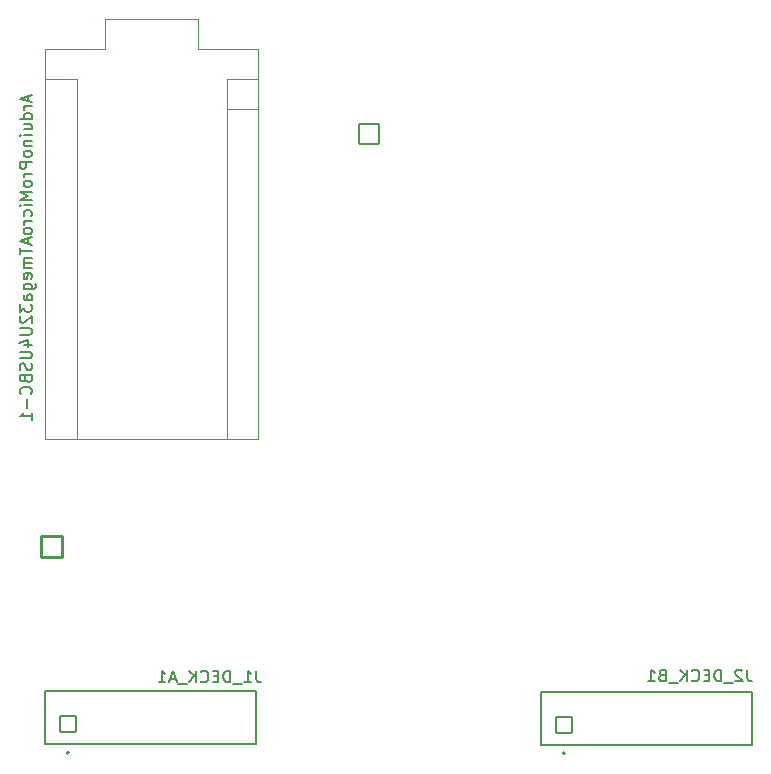
<source format=gbr>
%TF.GenerationSoftware,KiCad,Pcbnew,9.0.7*%
%TF.CreationDate,2026-01-21T12:24:24-06:00*%
%TF.ProjectId,FADETUBE_MIDI,46414445-5455-4424-955f-4d4944492e6b,rev?*%
%TF.SameCoordinates,Original*%
%TF.FileFunction,Legend,Bot*%
%TF.FilePolarity,Positive*%
%FSLAX46Y46*%
G04 Gerber Fmt 4.6, Leading zero omitted, Abs format (unit mm)*
G04 Created by KiCad (PCBNEW 9.0.7) date 2026-01-21 12:24:24*
%MOMM*%
%LPD*%
G01*
G04 APERTURE LIST*
G04 Aperture macros list*
%AMRoundRect*
0 Rectangle with rounded corners*
0 $1 Rounding radius*
0 $2 $3 $4 $5 $6 $7 $8 $9 X,Y pos of 4 corners*
0 Add a 4 corners polygon primitive as box body*
4,1,4,$2,$3,$4,$5,$6,$7,$8,$9,$2,$3,0*
0 Add four circle primitives for the rounded corners*
1,1,$1+$1,$2,$3*
1,1,$1+$1,$4,$5*
1,1,$1+$1,$6,$7*
1,1,$1+$1,$8,$9*
0 Add four rect primitives between the rounded corners*
20,1,$1+$1,$2,$3,$4,$5,0*
20,1,$1+$1,$4,$5,$6,$7,0*
20,1,$1+$1,$6,$7,$8,$9,0*
20,1,$1+$1,$8,$9,$2,$3,0*%
G04 Aperture macros list end*
%ADD10C,0.150000*%
%ADD11C,0.127000*%
%ADD12C,0.200000*%
%ADD13C,0.120000*%
%ADD14RoundRect,0.102000X0.654000X0.654000X-0.654000X0.654000X-0.654000X-0.654000X0.654000X-0.654000X0*%
%ADD15C,1.512000*%
%ADD16R,1.600000X1.600000*%
%ADD17O,1.600000X1.600000*%
%ADD18C,5.600000*%
%ADD19RoundRect,0.102000X-0.900000X-0.900000X0.900000X-0.900000X0.900000X0.900000X-0.900000X0.900000X0*%
%ADD20C,2.004000*%
%ADD21C,2.754000*%
%ADD22RoundRect,0.102000X-0.825000X-0.825000X0.825000X-0.825000X0.825000X0.825000X-0.825000X0.825000X0*%
%ADD23C,1.854000*%
%ADD24O,3.204000X6.204000*%
G04 APERTURE END LIST*
D10*
X179523809Y-138369819D02*
X179523809Y-139084104D01*
X179523809Y-139084104D02*
X179571428Y-139226961D01*
X179571428Y-139226961D02*
X179666666Y-139322200D01*
X179666666Y-139322200D02*
X179809523Y-139369819D01*
X179809523Y-139369819D02*
X179904761Y-139369819D01*
X179095237Y-138465057D02*
X179047618Y-138417438D01*
X179047618Y-138417438D02*
X178952380Y-138369819D01*
X178952380Y-138369819D02*
X178714285Y-138369819D01*
X178714285Y-138369819D02*
X178619047Y-138417438D01*
X178619047Y-138417438D02*
X178571428Y-138465057D01*
X178571428Y-138465057D02*
X178523809Y-138560295D01*
X178523809Y-138560295D02*
X178523809Y-138655533D01*
X178523809Y-138655533D02*
X178571428Y-138798390D01*
X178571428Y-138798390D02*
X179142856Y-139369819D01*
X179142856Y-139369819D02*
X178523809Y-139369819D01*
X178333333Y-139465057D02*
X177571428Y-139465057D01*
X177333332Y-139369819D02*
X177333332Y-138369819D01*
X177333332Y-138369819D02*
X177095237Y-138369819D01*
X177095237Y-138369819D02*
X176952380Y-138417438D01*
X176952380Y-138417438D02*
X176857142Y-138512676D01*
X176857142Y-138512676D02*
X176809523Y-138607914D01*
X176809523Y-138607914D02*
X176761904Y-138798390D01*
X176761904Y-138798390D02*
X176761904Y-138941247D01*
X176761904Y-138941247D02*
X176809523Y-139131723D01*
X176809523Y-139131723D02*
X176857142Y-139226961D01*
X176857142Y-139226961D02*
X176952380Y-139322200D01*
X176952380Y-139322200D02*
X177095237Y-139369819D01*
X177095237Y-139369819D02*
X177333332Y-139369819D01*
X176333332Y-138846009D02*
X175999999Y-138846009D01*
X175857142Y-139369819D02*
X176333332Y-139369819D01*
X176333332Y-139369819D02*
X176333332Y-138369819D01*
X176333332Y-138369819D02*
X175857142Y-138369819D01*
X174857142Y-139274580D02*
X174904761Y-139322200D01*
X174904761Y-139322200D02*
X175047618Y-139369819D01*
X175047618Y-139369819D02*
X175142856Y-139369819D01*
X175142856Y-139369819D02*
X175285713Y-139322200D01*
X175285713Y-139322200D02*
X175380951Y-139226961D01*
X175380951Y-139226961D02*
X175428570Y-139131723D01*
X175428570Y-139131723D02*
X175476189Y-138941247D01*
X175476189Y-138941247D02*
X175476189Y-138798390D01*
X175476189Y-138798390D02*
X175428570Y-138607914D01*
X175428570Y-138607914D02*
X175380951Y-138512676D01*
X175380951Y-138512676D02*
X175285713Y-138417438D01*
X175285713Y-138417438D02*
X175142856Y-138369819D01*
X175142856Y-138369819D02*
X175047618Y-138369819D01*
X175047618Y-138369819D02*
X174904761Y-138417438D01*
X174904761Y-138417438D02*
X174857142Y-138465057D01*
X174428570Y-139369819D02*
X174428570Y-138369819D01*
X173857142Y-139369819D02*
X174285713Y-138798390D01*
X173857142Y-138369819D02*
X174428570Y-138941247D01*
X173666666Y-139465057D02*
X172904761Y-139465057D01*
X172333332Y-138846009D02*
X172190475Y-138893628D01*
X172190475Y-138893628D02*
X172142856Y-138941247D01*
X172142856Y-138941247D02*
X172095237Y-139036485D01*
X172095237Y-139036485D02*
X172095237Y-139179342D01*
X172095237Y-139179342D02*
X172142856Y-139274580D01*
X172142856Y-139274580D02*
X172190475Y-139322200D01*
X172190475Y-139322200D02*
X172285713Y-139369819D01*
X172285713Y-139369819D02*
X172666665Y-139369819D01*
X172666665Y-139369819D02*
X172666665Y-138369819D01*
X172666665Y-138369819D02*
X172333332Y-138369819D01*
X172333332Y-138369819D02*
X172238094Y-138417438D01*
X172238094Y-138417438D02*
X172190475Y-138465057D01*
X172190475Y-138465057D02*
X172142856Y-138560295D01*
X172142856Y-138560295D02*
X172142856Y-138655533D01*
X172142856Y-138655533D02*
X172190475Y-138750771D01*
X172190475Y-138750771D02*
X172238094Y-138798390D01*
X172238094Y-138798390D02*
X172333332Y-138846009D01*
X172333332Y-138846009D02*
X172666665Y-138846009D01*
X171142856Y-139369819D02*
X171714284Y-139369819D01*
X171428570Y-139369819D02*
X171428570Y-138369819D01*
X171428570Y-138369819D02*
X171523808Y-138512676D01*
X171523808Y-138512676D02*
X171619046Y-138607914D01*
X171619046Y-138607914D02*
X171714284Y-138655533D01*
X118669104Y-89785714D02*
X118669104Y-90261904D01*
X118954819Y-89690476D02*
X117954819Y-90023809D01*
X117954819Y-90023809D02*
X118954819Y-90357142D01*
X118954819Y-90690476D02*
X118288152Y-90690476D01*
X118478628Y-90690476D02*
X118383390Y-90738095D01*
X118383390Y-90738095D02*
X118335771Y-90785714D01*
X118335771Y-90785714D02*
X118288152Y-90880952D01*
X118288152Y-90880952D02*
X118288152Y-90976190D01*
X118954819Y-91738095D02*
X117954819Y-91738095D01*
X118907200Y-91738095D02*
X118954819Y-91642857D01*
X118954819Y-91642857D02*
X118954819Y-91452381D01*
X118954819Y-91452381D02*
X118907200Y-91357143D01*
X118907200Y-91357143D02*
X118859580Y-91309524D01*
X118859580Y-91309524D02*
X118764342Y-91261905D01*
X118764342Y-91261905D02*
X118478628Y-91261905D01*
X118478628Y-91261905D02*
X118383390Y-91309524D01*
X118383390Y-91309524D02*
X118335771Y-91357143D01*
X118335771Y-91357143D02*
X118288152Y-91452381D01*
X118288152Y-91452381D02*
X118288152Y-91642857D01*
X118288152Y-91642857D02*
X118335771Y-91738095D01*
X118288152Y-92642857D02*
X118954819Y-92642857D01*
X118288152Y-92214286D02*
X118811961Y-92214286D01*
X118811961Y-92214286D02*
X118907200Y-92261905D01*
X118907200Y-92261905D02*
X118954819Y-92357143D01*
X118954819Y-92357143D02*
X118954819Y-92500000D01*
X118954819Y-92500000D02*
X118907200Y-92595238D01*
X118907200Y-92595238D02*
X118859580Y-92642857D01*
X118954819Y-93119048D02*
X118288152Y-93119048D01*
X117954819Y-93119048D02*
X118002438Y-93071429D01*
X118002438Y-93071429D02*
X118050057Y-93119048D01*
X118050057Y-93119048D02*
X118002438Y-93166667D01*
X118002438Y-93166667D02*
X117954819Y-93119048D01*
X117954819Y-93119048D02*
X118050057Y-93119048D01*
X118288152Y-93595238D02*
X118954819Y-93595238D01*
X118383390Y-93595238D02*
X118335771Y-93642857D01*
X118335771Y-93642857D02*
X118288152Y-93738095D01*
X118288152Y-93738095D02*
X118288152Y-93880952D01*
X118288152Y-93880952D02*
X118335771Y-93976190D01*
X118335771Y-93976190D02*
X118431009Y-94023809D01*
X118431009Y-94023809D02*
X118954819Y-94023809D01*
X118954819Y-94642857D02*
X118907200Y-94547619D01*
X118907200Y-94547619D02*
X118859580Y-94500000D01*
X118859580Y-94500000D02*
X118764342Y-94452381D01*
X118764342Y-94452381D02*
X118478628Y-94452381D01*
X118478628Y-94452381D02*
X118383390Y-94500000D01*
X118383390Y-94500000D02*
X118335771Y-94547619D01*
X118335771Y-94547619D02*
X118288152Y-94642857D01*
X118288152Y-94642857D02*
X118288152Y-94785714D01*
X118288152Y-94785714D02*
X118335771Y-94880952D01*
X118335771Y-94880952D02*
X118383390Y-94928571D01*
X118383390Y-94928571D02*
X118478628Y-94976190D01*
X118478628Y-94976190D02*
X118764342Y-94976190D01*
X118764342Y-94976190D02*
X118859580Y-94928571D01*
X118859580Y-94928571D02*
X118907200Y-94880952D01*
X118907200Y-94880952D02*
X118954819Y-94785714D01*
X118954819Y-94785714D02*
X118954819Y-94642857D01*
X118954819Y-95404762D02*
X117954819Y-95404762D01*
X117954819Y-95404762D02*
X117954819Y-95785714D01*
X117954819Y-95785714D02*
X118002438Y-95880952D01*
X118002438Y-95880952D02*
X118050057Y-95928571D01*
X118050057Y-95928571D02*
X118145295Y-95976190D01*
X118145295Y-95976190D02*
X118288152Y-95976190D01*
X118288152Y-95976190D02*
X118383390Y-95928571D01*
X118383390Y-95928571D02*
X118431009Y-95880952D01*
X118431009Y-95880952D02*
X118478628Y-95785714D01*
X118478628Y-95785714D02*
X118478628Y-95404762D01*
X118954819Y-96404762D02*
X118288152Y-96404762D01*
X118478628Y-96404762D02*
X118383390Y-96452381D01*
X118383390Y-96452381D02*
X118335771Y-96500000D01*
X118335771Y-96500000D02*
X118288152Y-96595238D01*
X118288152Y-96595238D02*
X118288152Y-96690476D01*
X118954819Y-97166667D02*
X118907200Y-97071429D01*
X118907200Y-97071429D02*
X118859580Y-97023810D01*
X118859580Y-97023810D02*
X118764342Y-96976191D01*
X118764342Y-96976191D02*
X118478628Y-96976191D01*
X118478628Y-96976191D02*
X118383390Y-97023810D01*
X118383390Y-97023810D02*
X118335771Y-97071429D01*
X118335771Y-97071429D02*
X118288152Y-97166667D01*
X118288152Y-97166667D02*
X118288152Y-97309524D01*
X118288152Y-97309524D02*
X118335771Y-97404762D01*
X118335771Y-97404762D02*
X118383390Y-97452381D01*
X118383390Y-97452381D02*
X118478628Y-97500000D01*
X118478628Y-97500000D02*
X118764342Y-97500000D01*
X118764342Y-97500000D02*
X118859580Y-97452381D01*
X118859580Y-97452381D02*
X118907200Y-97404762D01*
X118907200Y-97404762D02*
X118954819Y-97309524D01*
X118954819Y-97309524D02*
X118954819Y-97166667D01*
X118954819Y-97928572D02*
X117954819Y-97928572D01*
X117954819Y-97928572D02*
X118669104Y-98261905D01*
X118669104Y-98261905D02*
X117954819Y-98595238D01*
X117954819Y-98595238D02*
X118954819Y-98595238D01*
X118954819Y-99071429D02*
X118288152Y-99071429D01*
X117954819Y-99071429D02*
X118002438Y-99023810D01*
X118002438Y-99023810D02*
X118050057Y-99071429D01*
X118050057Y-99071429D02*
X118002438Y-99119048D01*
X118002438Y-99119048D02*
X117954819Y-99071429D01*
X117954819Y-99071429D02*
X118050057Y-99071429D01*
X118907200Y-99976190D02*
X118954819Y-99880952D01*
X118954819Y-99880952D02*
X118954819Y-99690476D01*
X118954819Y-99690476D02*
X118907200Y-99595238D01*
X118907200Y-99595238D02*
X118859580Y-99547619D01*
X118859580Y-99547619D02*
X118764342Y-99500000D01*
X118764342Y-99500000D02*
X118478628Y-99500000D01*
X118478628Y-99500000D02*
X118383390Y-99547619D01*
X118383390Y-99547619D02*
X118335771Y-99595238D01*
X118335771Y-99595238D02*
X118288152Y-99690476D01*
X118288152Y-99690476D02*
X118288152Y-99880952D01*
X118288152Y-99880952D02*
X118335771Y-99976190D01*
X118954819Y-100404762D02*
X118288152Y-100404762D01*
X118478628Y-100404762D02*
X118383390Y-100452381D01*
X118383390Y-100452381D02*
X118335771Y-100500000D01*
X118335771Y-100500000D02*
X118288152Y-100595238D01*
X118288152Y-100595238D02*
X118288152Y-100690476D01*
X118954819Y-101166667D02*
X118907200Y-101071429D01*
X118907200Y-101071429D02*
X118859580Y-101023810D01*
X118859580Y-101023810D02*
X118764342Y-100976191D01*
X118764342Y-100976191D02*
X118478628Y-100976191D01*
X118478628Y-100976191D02*
X118383390Y-101023810D01*
X118383390Y-101023810D02*
X118335771Y-101071429D01*
X118335771Y-101071429D02*
X118288152Y-101166667D01*
X118288152Y-101166667D02*
X118288152Y-101309524D01*
X118288152Y-101309524D02*
X118335771Y-101404762D01*
X118335771Y-101404762D02*
X118383390Y-101452381D01*
X118383390Y-101452381D02*
X118478628Y-101500000D01*
X118478628Y-101500000D02*
X118764342Y-101500000D01*
X118764342Y-101500000D02*
X118859580Y-101452381D01*
X118859580Y-101452381D02*
X118907200Y-101404762D01*
X118907200Y-101404762D02*
X118954819Y-101309524D01*
X118954819Y-101309524D02*
X118954819Y-101166667D01*
X118669104Y-101880953D02*
X118669104Y-102357143D01*
X118954819Y-101785715D02*
X117954819Y-102119048D01*
X117954819Y-102119048D02*
X118954819Y-102452381D01*
X117954819Y-102642858D02*
X117954819Y-103214286D01*
X118954819Y-102928572D02*
X117954819Y-102928572D01*
X118954819Y-103547620D02*
X118288152Y-103547620D01*
X118383390Y-103547620D02*
X118335771Y-103595239D01*
X118335771Y-103595239D02*
X118288152Y-103690477D01*
X118288152Y-103690477D02*
X118288152Y-103833334D01*
X118288152Y-103833334D02*
X118335771Y-103928572D01*
X118335771Y-103928572D02*
X118431009Y-103976191D01*
X118431009Y-103976191D02*
X118954819Y-103976191D01*
X118431009Y-103976191D02*
X118335771Y-104023810D01*
X118335771Y-104023810D02*
X118288152Y-104119048D01*
X118288152Y-104119048D02*
X118288152Y-104261905D01*
X118288152Y-104261905D02*
X118335771Y-104357144D01*
X118335771Y-104357144D02*
X118431009Y-104404763D01*
X118431009Y-104404763D02*
X118954819Y-104404763D01*
X118907200Y-105261905D02*
X118954819Y-105166667D01*
X118954819Y-105166667D02*
X118954819Y-104976191D01*
X118954819Y-104976191D02*
X118907200Y-104880953D01*
X118907200Y-104880953D02*
X118811961Y-104833334D01*
X118811961Y-104833334D02*
X118431009Y-104833334D01*
X118431009Y-104833334D02*
X118335771Y-104880953D01*
X118335771Y-104880953D02*
X118288152Y-104976191D01*
X118288152Y-104976191D02*
X118288152Y-105166667D01*
X118288152Y-105166667D02*
X118335771Y-105261905D01*
X118335771Y-105261905D02*
X118431009Y-105309524D01*
X118431009Y-105309524D02*
X118526247Y-105309524D01*
X118526247Y-105309524D02*
X118621485Y-104833334D01*
X118288152Y-106166667D02*
X119097676Y-106166667D01*
X119097676Y-106166667D02*
X119192914Y-106119048D01*
X119192914Y-106119048D02*
X119240533Y-106071429D01*
X119240533Y-106071429D02*
X119288152Y-105976191D01*
X119288152Y-105976191D02*
X119288152Y-105833334D01*
X119288152Y-105833334D02*
X119240533Y-105738096D01*
X118907200Y-106166667D02*
X118954819Y-106071429D01*
X118954819Y-106071429D02*
X118954819Y-105880953D01*
X118954819Y-105880953D02*
X118907200Y-105785715D01*
X118907200Y-105785715D02*
X118859580Y-105738096D01*
X118859580Y-105738096D02*
X118764342Y-105690477D01*
X118764342Y-105690477D02*
X118478628Y-105690477D01*
X118478628Y-105690477D02*
X118383390Y-105738096D01*
X118383390Y-105738096D02*
X118335771Y-105785715D01*
X118335771Y-105785715D02*
X118288152Y-105880953D01*
X118288152Y-105880953D02*
X118288152Y-106071429D01*
X118288152Y-106071429D02*
X118335771Y-106166667D01*
X118954819Y-107071429D02*
X118431009Y-107071429D01*
X118431009Y-107071429D02*
X118335771Y-107023810D01*
X118335771Y-107023810D02*
X118288152Y-106928572D01*
X118288152Y-106928572D02*
X118288152Y-106738096D01*
X118288152Y-106738096D02*
X118335771Y-106642858D01*
X118907200Y-107071429D02*
X118954819Y-106976191D01*
X118954819Y-106976191D02*
X118954819Y-106738096D01*
X118954819Y-106738096D02*
X118907200Y-106642858D01*
X118907200Y-106642858D02*
X118811961Y-106595239D01*
X118811961Y-106595239D02*
X118716723Y-106595239D01*
X118716723Y-106595239D02*
X118621485Y-106642858D01*
X118621485Y-106642858D02*
X118573866Y-106738096D01*
X118573866Y-106738096D02*
X118573866Y-106976191D01*
X118573866Y-106976191D02*
X118526247Y-107071429D01*
X117954819Y-107452382D02*
X117954819Y-108071429D01*
X117954819Y-108071429D02*
X118335771Y-107738096D01*
X118335771Y-107738096D02*
X118335771Y-107880953D01*
X118335771Y-107880953D02*
X118383390Y-107976191D01*
X118383390Y-107976191D02*
X118431009Y-108023810D01*
X118431009Y-108023810D02*
X118526247Y-108071429D01*
X118526247Y-108071429D02*
X118764342Y-108071429D01*
X118764342Y-108071429D02*
X118859580Y-108023810D01*
X118859580Y-108023810D02*
X118907200Y-107976191D01*
X118907200Y-107976191D02*
X118954819Y-107880953D01*
X118954819Y-107880953D02*
X118954819Y-107595239D01*
X118954819Y-107595239D02*
X118907200Y-107500001D01*
X118907200Y-107500001D02*
X118859580Y-107452382D01*
X118050057Y-108452382D02*
X118002438Y-108500001D01*
X118002438Y-108500001D02*
X117954819Y-108595239D01*
X117954819Y-108595239D02*
X117954819Y-108833334D01*
X117954819Y-108833334D02*
X118002438Y-108928572D01*
X118002438Y-108928572D02*
X118050057Y-108976191D01*
X118050057Y-108976191D02*
X118145295Y-109023810D01*
X118145295Y-109023810D02*
X118240533Y-109023810D01*
X118240533Y-109023810D02*
X118383390Y-108976191D01*
X118383390Y-108976191D02*
X118954819Y-108404763D01*
X118954819Y-108404763D02*
X118954819Y-109023810D01*
X117954819Y-109452382D02*
X118764342Y-109452382D01*
X118764342Y-109452382D02*
X118859580Y-109500001D01*
X118859580Y-109500001D02*
X118907200Y-109547620D01*
X118907200Y-109547620D02*
X118954819Y-109642858D01*
X118954819Y-109642858D02*
X118954819Y-109833334D01*
X118954819Y-109833334D02*
X118907200Y-109928572D01*
X118907200Y-109928572D02*
X118859580Y-109976191D01*
X118859580Y-109976191D02*
X118764342Y-110023810D01*
X118764342Y-110023810D02*
X117954819Y-110023810D01*
X118288152Y-110928572D02*
X118954819Y-110928572D01*
X117907200Y-110690477D02*
X118621485Y-110452382D01*
X118621485Y-110452382D02*
X118621485Y-111071429D01*
X117954819Y-111452382D02*
X118764342Y-111452382D01*
X118764342Y-111452382D02*
X118859580Y-111500001D01*
X118859580Y-111500001D02*
X118907200Y-111547620D01*
X118907200Y-111547620D02*
X118954819Y-111642858D01*
X118954819Y-111642858D02*
X118954819Y-111833334D01*
X118954819Y-111833334D02*
X118907200Y-111928572D01*
X118907200Y-111928572D02*
X118859580Y-111976191D01*
X118859580Y-111976191D02*
X118764342Y-112023810D01*
X118764342Y-112023810D02*
X117954819Y-112023810D01*
X118907200Y-112452382D02*
X118954819Y-112595239D01*
X118954819Y-112595239D02*
X118954819Y-112833334D01*
X118954819Y-112833334D02*
X118907200Y-112928572D01*
X118907200Y-112928572D02*
X118859580Y-112976191D01*
X118859580Y-112976191D02*
X118764342Y-113023810D01*
X118764342Y-113023810D02*
X118669104Y-113023810D01*
X118669104Y-113023810D02*
X118573866Y-112976191D01*
X118573866Y-112976191D02*
X118526247Y-112928572D01*
X118526247Y-112928572D02*
X118478628Y-112833334D01*
X118478628Y-112833334D02*
X118431009Y-112642858D01*
X118431009Y-112642858D02*
X118383390Y-112547620D01*
X118383390Y-112547620D02*
X118335771Y-112500001D01*
X118335771Y-112500001D02*
X118240533Y-112452382D01*
X118240533Y-112452382D02*
X118145295Y-112452382D01*
X118145295Y-112452382D02*
X118050057Y-112500001D01*
X118050057Y-112500001D02*
X118002438Y-112547620D01*
X118002438Y-112547620D02*
X117954819Y-112642858D01*
X117954819Y-112642858D02*
X117954819Y-112880953D01*
X117954819Y-112880953D02*
X118002438Y-113023810D01*
X118431009Y-113785715D02*
X118478628Y-113928572D01*
X118478628Y-113928572D02*
X118526247Y-113976191D01*
X118526247Y-113976191D02*
X118621485Y-114023810D01*
X118621485Y-114023810D02*
X118764342Y-114023810D01*
X118764342Y-114023810D02*
X118859580Y-113976191D01*
X118859580Y-113976191D02*
X118907200Y-113928572D01*
X118907200Y-113928572D02*
X118954819Y-113833334D01*
X118954819Y-113833334D02*
X118954819Y-113452382D01*
X118954819Y-113452382D02*
X117954819Y-113452382D01*
X117954819Y-113452382D02*
X117954819Y-113785715D01*
X117954819Y-113785715D02*
X118002438Y-113880953D01*
X118002438Y-113880953D02*
X118050057Y-113928572D01*
X118050057Y-113928572D02*
X118145295Y-113976191D01*
X118145295Y-113976191D02*
X118240533Y-113976191D01*
X118240533Y-113976191D02*
X118335771Y-113928572D01*
X118335771Y-113928572D02*
X118383390Y-113880953D01*
X118383390Y-113880953D02*
X118431009Y-113785715D01*
X118431009Y-113785715D02*
X118431009Y-113452382D01*
X118859580Y-115023810D02*
X118907200Y-114976191D01*
X118907200Y-114976191D02*
X118954819Y-114833334D01*
X118954819Y-114833334D02*
X118954819Y-114738096D01*
X118954819Y-114738096D02*
X118907200Y-114595239D01*
X118907200Y-114595239D02*
X118811961Y-114500001D01*
X118811961Y-114500001D02*
X118716723Y-114452382D01*
X118716723Y-114452382D02*
X118526247Y-114404763D01*
X118526247Y-114404763D02*
X118383390Y-114404763D01*
X118383390Y-114404763D02*
X118192914Y-114452382D01*
X118192914Y-114452382D02*
X118097676Y-114500001D01*
X118097676Y-114500001D02*
X118002438Y-114595239D01*
X118002438Y-114595239D02*
X117954819Y-114738096D01*
X117954819Y-114738096D02*
X117954819Y-114833334D01*
X117954819Y-114833334D02*
X118002438Y-114976191D01*
X118002438Y-114976191D02*
X118050057Y-115023810D01*
X118573866Y-115452382D02*
X118573866Y-116214287D01*
X118954819Y-117214286D02*
X118954819Y-116642858D01*
X118954819Y-116928572D02*
X117954819Y-116928572D01*
X117954819Y-116928572D02*
X118097676Y-116833334D01*
X118097676Y-116833334D02*
X118192914Y-116738096D01*
X118192914Y-116738096D02*
X118240533Y-116642858D01*
X137952381Y-138454819D02*
X137952381Y-139169104D01*
X137952381Y-139169104D02*
X138000000Y-139311961D01*
X138000000Y-139311961D02*
X138095238Y-139407200D01*
X138095238Y-139407200D02*
X138238095Y-139454819D01*
X138238095Y-139454819D02*
X138333333Y-139454819D01*
X136952381Y-139454819D02*
X137523809Y-139454819D01*
X137238095Y-139454819D02*
X137238095Y-138454819D01*
X137238095Y-138454819D02*
X137333333Y-138597676D01*
X137333333Y-138597676D02*
X137428571Y-138692914D01*
X137428571Y-138692914D02*
X137523809Y-138740533D01*
X136761905Y-139550057D02*
X136000000Y-139550057D01*
X135761904Y-139454819D02*
X135761904Y-138454819D01*
X135761904Y-138454819D02*
X135523809Y-138454819D01*
X135523809Y-138454819D02*
X135380952Y-138502438D01*
X135380952Y-138502438D02*
X135285714Y-138597676D01*
X135285714Y-138597676D02*
X135238095Y-138692914D01*
X135238095Y-138692914D02*
X135190476Y-138883390D01*
X135190476Y-138883390D02*
X135190476Y-139026247D01*
X135190476Y-139026247D02*
X135238095Y-139216723D01*
X135238095Y-139216723D02*
X135285714Y-139311961D01*
X135285714Y-139311961D02*
X135380952Y-139407200D01*
X135380952Y-139407200D02*
X135523809Y-139454819D01*
X135523809Y-139454819D02*
X135761904Y-139454819D01*
X134761904Y-138931009D02*
X134428571Y-138931009D01*
X134285714Y-139454819D02*
X134761904Y-139454819D01*
X134761904Y-139454819D02*
X134761904Y-138454819D01*
X134761904Y-138454819D02*
X134285714Y-138454819D01*
X133285714Y-139359580D02*
X133333333Y-139407200D01*
X133333333Y-139407200D02*
X133476190Y-139454819D01*
X133476190Y-139454819D02*
X133571428Y-139454819D01*
X133571428Y-139454819D02*
X133714285Y-139407200D01*
X133714285Y-139407200D02*
X133809523Y-139311961D01*
X133809523Y-139311961D02*
X133857142Y-139216723D01*
X133857142Y-139216723D02*
X133904761Y-139026247D01*
X133904761Y-139026247D02*
X133904761Y-138883390D01*
X133904761Y-138883390D02*
X133857142Y-138692914D01*
X133857142Y-138692914D02*
X133809523Y-138597676D01*
X133809523Y-138597676D02*
X133714285Y-138502438D01*
X133714285Y-138502438D02*
X133571428Y-138454819D01*
X133571428Y-138454819D02*
X133476190Y-138454819D01*
X133476190Y-138454819D02*
X133333333Y-138502438D01*
X133333333Y-138502438D02*
X133285714Y-138550057D01*
X132857142Y-139454819D02*
X132857142Y-138454819D01*
X132285714Y-139454819D02*
X132714285Y-138883390D01*
X132285714Y-138454819D02*
X132857142Y-139026247D01*
X132095238Y-139550057D02*
X131333333Y-139550057D01*
X131142856Y-139169104D02*
X130666666Y-139169104D01*
X131238094Y-139454819D02*
X130904761Y-138454819D01*
X130904761Y-138454819D02*
X130571428Y-139454819D01*
X129714285Y-139454819D02*
X130285713Y-139454819D01*
X129999999Y-139454819D02*
X129999999Y-138454819D01*
X129999999Y-138454819D02*
X130095237Y-138597676D01*
X130095237Y-138597676D02*
X130190475Y-138692914D01*
X130190475Y-138692914D02*
X130285713Y-138740533D01*
D11*
%TO.C,J2_DECK_B1*%
X162050000Y-140250000D02*
X162050000Y-144750000D01*
X162050000Y-144750000D02*
X179950000Y-144750000D01*
X179950000Y-140250000D02*
X162050000Y-140250000D01*
X179950000Y-144750000D02*
X179950000Y-140250000D01*
D12*
X164100000Y-145450000D02*
G75*
G02*
X163900000Y-145450000I-100000J0D01*
G01*
X163900000Y-145450000D02*
G75*
G02*
X164100000Y-145450000I100000J0D01*
G01*
D13*
%TO.C,ArduinoProMicroATmega32U4USBC-1*%
X120103000Y-85830000D02*
X125183000Y-85830000D01*
X120103000Y-118850000D02*
X120103000Y-85830000D01*
X122770000Y-88370000D02*
X120100000Y-88370000D01*
X122770000Y-116310000D02*
X122770000Y-88370000D01*
X122770000Y-116310000D02*
X122770000Y-118850000D01*
X122770000Y-118850000D02*
X120103000Y-118850000D01*
X125183000Y-83290000D02*
X125183000Y-85830000D01*
X125183000Y-83290000D02*
X133057000Y-83290000D01*
X133057000Y-83290000D02*
X133057000Y-85830000D01*
X133057000Y-85830000D02*
X138137000Y-85830000D01*
X135470000Y-88370000D02*
X138140000Y-88370000D01*
X135470000Y-90910000D02*
X138140000Y-90910000D01*
X135470000Y-118850000D02*
X135470000Y-88370000D01*
X135470000Y-118850000D02*
X138140000Y-118850000D01*
X138137000Y-85830000D02*
X138140000Y-118850000D01*
X138137000Y-118850000D02*
X122770000Y-118850000D01*
D11*
%TO.C,J1_DECK_A1*%
X120050000Y-140200000D02*
X120050000Y-144700000D01*
X120050000Y-144700000D02*
X137950000Y-144700000D01*
X137950000Y-140200000D02*
X120050000Y-140200000D01*
X137950000Y-144700000D02*
X137950000Y-140200000D01*
D12*
X122100000Y-145400000D02*
G75*
G02*
X121900000Y-145400000I-100000J0D01*
G01*
X121900000Y-145400000D02*
G75*
G02*
X122100000Y-145400000I100000J0D01*
G01*
%TD*%
%LPC*%
D14*
%TO.C,J2_DECK_B1*%
X164000000Y-143050000D03*
D15*
X166000000Y-143050000D03*
X168000000Y-143050000D03*
X170000000Y-143050000D03*
X172000000Y-143050000D03*
X174000000Y-143050000D03*
X176000000Y-143050000D03*
X178000000Y-143050000D03*
%TD*%
D16*
%TO.C,ArduinoProMicroATmega32U4USBC-1*%
X136740000Y-89640000D03*
D17*
X136740000Y-92180000D03*
X136740000Y-94720000D03*
X136740000Y-97260000D03*
X136740000Y-99800000D03*
X136740000Y-102340000D03*
X136740000Y-104880000D03*
X136740000Y-107420000D03*
X136740000Y-109960000D03*
X136740000Y-112500000D03*
X136740000Y-115040000D03*
X136740000Y-117580000D03*
X121500000Y-117580000D03*
X121500000Y-115040000D03*
X121500000Y-112500000D03*
X121500000Y-109960000D03*
X121500000Y-107420000D03*
X121500000Y-104880000D03*
X121500000Y-102340000D03*
X121500000Y-99800000D03*
X121500000Y-97260000D03*
X121500000Y-94720000D03*
X121500000Y-92180000D03*
X121500000Y-89640000D03*
%TD*%
D14*
%TO.C,J1_DECK_A1*%
X122000000Y-143000000D03*
D15*
X124000000Y-143000000D03*
X126000000Y-143000000D03*
X128000000Y-143000000D03*
X130000000Y-143000000D03*
X132000000Y-143000000D03*
X134000000Y-143000000D03*
X136000000Y-143000000D03*
%TD*%
D18*
%TO.C,MH1*%
X180000000Y-90000000D03*
%TD*%
%TO.C,MH2*%
X121000000Y-150500000D03*
%TD*%
D19*
%TO.C,FADER1*%
X120650000Y-128000000D03*
D20*
X120650000Y-131500000D03*
X179150000Y-128000000D03*
D21*
X126000000Y-125500000D03*
X124800000Y-134000000D03*
X173800000Y-125500000D03*
X175000000Y-134000000D03*
%TD*%
D22*
%TO.C,ROTARY_ENCODER_BTN1*%
X147500000Y-93000000D03*
D23*
X152500000Y-93000000D03*
X147500000Y-107500000D03*
X152500000Y-107500000D03*
X150000000Y-107500000D03*
D24*
X144300000Y-100000000D03*
X155700000Y-100000000D03*
%TD*%
%LPD*%
M02*

</source>
